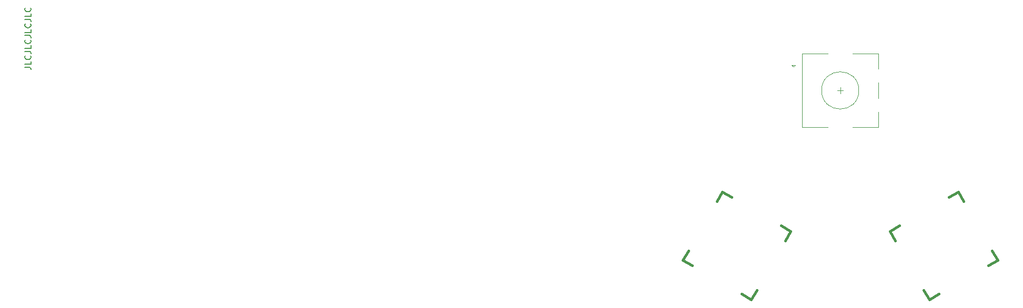
<source format=gto>
G04 #@! TF.GenerationSoftware,KiCad,Pcbnew,(5.1.4-0)*
G04 #@! TF.CreationDate,2021-10-20T15:49:36-05:00*
G04 #@! TF.ProjectId,pcb,7063622e-6b69-4636-9164-5f7063625858,rev?*
G04 #@! TF.SameCoordinates,Original*
G04 #@! TF.FileFunction,Legend,Top*
G04 #@! TF.FilePolarity,Positive*
%FSLAX46Y46*%
G04 Gerber Fmt 4.6, Leading zero omitted, Abs format (unit mm)*
G04 Created by KiCad (PCBNEW (5.1.4-0)) date 2021-10-20 15:49:36*
%MOMM*%
%LPD*%
G04 APERTURE LIST*
%ADD10C,0.150000*%
%ADD11C,0.381000*%
%ADD12C,0.120000*%
%ADD13C,4.089800*%
%ADD14C,1.803800*%
%ADD15C,2.642000*%
%ADD16C,2.388000*%
%ADD17C,1.902000*%
%ADD18O,1.402000X2.502000*%
%ADD19O,1.402000X2.002000*%
%ADD20C,0.752000*%
%ADD21C,2.102000*%
%ADD22R,3.302000X2.102000*%
%ADD23R,2.102000X2.102000*%
%ADD24C,0.100000*%
%ADD25C,1.803400*%
G04 APERTURE END LIST*
D10*
X118772380Y-85559047D02*
X119486666Y-85559047D01*
X119629523Y-85606666D01*
X119724761Y-85701904D01*
X119772380Y-85844761D01*
X119772380Y-85940000D01*
X119772380Y-84606666D02*
X119772380Y-85082857D01*
X118772380Y-85082857D01*
X119677142Y-83701904D02*
X119724761Y-83749523D01*
X119772380Y-83892380D01*
X119772380Y-83987619D01*
X119724761Y-84130476D01*
X119629523Y-84225714D01*
X119534285Y-84273333D01*
X119343809Y-84320952D01*
X119200952Y-84320952D01*
X119010476Y-84273333D01*
X118915238Y-84225714D01*
X118820000Y-84130476D01*
X118772380Y-83987619D01*
X118772380Y-83892380D01*
X118820000Y-83749523D01*
X118867619Y-83701904D01*
X118772380Y-82987619D02*
X119486666Y-82987619D01*
X119629523Y-83035238D01*
X119724761Y-83130476D01*
X119772380Y-83273333D01*
X119772380Y-83368571D01*
X119772380Y-82035238D02*
X119772380Y-82511428D01*
X118772380Y-82511428D01*
X119677142Y-81130476D02*
X119724761Y-81178095D01*
X119772380Y-81320952D01*
X119772380Y-81416190D01*
X119724761Y-81559047D01*
X119629523Y-81654285D01*
X119534285Y-81701904D01*
X119343809Y-81749523D01*
X119200952Y-81749523D01*
X119010476Y-81701904D01*
X118915238Y-81654285D01*
X118820000Y-81559047D01*
X118772380Y-81416190D01*
X118772380Y-81320952D01*
X118820000Y-81178095D01*
X118867619Y-81130476D01*
X118772380Y-80416190D02*
X119486666Y-80416190D01*
X119629523Y-80463809D01*
X119724761Y-80559047D01*
X119772380Y-80701904D01*
X119772380Y-80797142D01*
X119772380Y-79463809D02*
X119772380Y-79940000D01*
X118772380Y-79940000D01*
X119677142Y-78559047D02*
X119724761Y-78606666D01*
X119772380Y-78749523D01*
X119772380Y-78844761D01*
X119724761Y-78987619D01*
X119629523Y-79082857D01*
X119534285Y-79130476D01*
X119343809Y-79178095D01*
X119200952Y-79178095D01*
X119010476Y-79130476D01*
X118915238Y-79082857D01*
X118820000Y-78987619D01*
X118772380Y-78844761D01*
X118772380Y-78749523D01*
X118820000Y-78606666D01*
X118867619Y-78559047D01*
X118772380Y-77844761D02*
X119486666Y-77844761D01*
X119629523Y-77892380D01*
X119724761Y-77987619D01*
X119772380Y-78130476D01*
X119772380Y-78225714D01*
X119772380Y-76892380D02*
X119772380Y-77368571D01*
X118772380Y-77368571D01*
X119677142Y-75987619D02*
X119724761Y-76035238D01*
X119772380Y-76178095D01*
X119772380Y-76273333D01*
X119724761Y-76416190D01*
X119629523Y-76511428D01*
X119534285Y-76559047D01*
X119343809Y-76606666D01*
X119200952Y-76606666D01*
X119010476Y-76559047D01*
X118915238Y-76511428D01*
X118820000Y-76416190D01*
X118772380Y-76273333D01*
X118772380Y-76178095D01*
X118820000Y-76035238D01*
X118867619Y-75987619D01*
D11*
X224689219Y-116624741D02*
X225578219Y-115084948D01*
X230150219Y-107166012D02*
X231039219Y-105626219D01*
X231039219Y-105626219D02*
X232579012Y-106515219D01*
X240497948Y-111087219D02*
X242037741Y-111976219D01*
X242037741Y-111976219D02*
X241148741Y-113516012D01*
X236576741Y-121434948D02*
X235687741Y-122974741D01*
X235687741Y-122974741D02*
X234147948Y-122085741D01*
X226229012Y-117513741D02*
X224689219Y-116624741D01*
X267485588Y-106515219D02*
X269025381Y-105626219D01*
X258026859Y-111976219D02*
X259566652Y-111087219D01*
X258915859Y-113516012D02*
X258026859Y-111976219D01*
X264376859Y-122974741D02*
X263487859Y-121434948D01*
X265916652Y-122085741D02*
X264376859Y-122974741D01*
X275375381Y-116624741D02*
X273835588Y-117513741D01*
X274486381Y-115084948D02*
X275375381Y-116624741D01*
X269025381Y-105626219D02*
X269914381Y-107166012D01*
D12*
X249532300Y-89297250D02*
X250532300Y-89297250D01*
X250032300Y-88797250D02*
X250032300Y-89797250D01*
X256132300Y-92797250D02*
X256132300Y-95197250D01*
X256132300Y-87997250D02*
X256132300Y-90597250D01*
X256132300Y-83397250D02*
X256132300Y-85797250D01*
X242832300Y-85197250D02*
X242532300Y-85497250D01*
X242232300Y-85197250D02*
X242832300Y-85197250D01*
X242532300Y-85497250D02*
X242232300Y-85197250D01*
X243932300Y-83397250D02*
X243932300Y-95197250D01*
X248032300Y-83397250D02*
X243932300Y-83397250D01*
X248032300Y-95197250D02*
X243932300Y-95197250D01*
X256132300Y-95197250D02*
X252032300Y-95197250D01*
X252032300Y-83397250D02*
X256132300Y-83397250D01*
X253032300Y-89297250D02*
G75*
G03X253032300Y-89297250I-3000000J0D01*
G01*
%LPC*%
D13*
X297657500Y-29765750D03*
D14*
X292577500Y-29765750D03*
X302737500Y-29765750D03*
D15*
X300197500Y-24685750D03*
X293847500Y-27225750D03*
D16*
X230234071Y-109560775D03*
X229258775Y-116330037D03*
D13*
X233363480Y-114300480D03*
D17*
X230823480Y-118699889D03*
X235903480Y-109901071D03*
X269241120Y-118699889D03*
X264161120Y-109901071D03*
D13*
X266701120Y-114300480D03*
D16*
X266995825Y-109730923D03*
X272370529Y-113960185D03*
D13*
X145256250Y-52387500D03*
D14*
X140176250Y-52387500D03*
X150336250Y-52387500D03*
D15*
X147796250Y-47307500D03*
X141446250Y-49847500D03*
D13*
X221456250Y-70247170D03*
D14*
X216376250Y-70247170D03*
X226536250Y-70247170D03*
D15*
X223996250Y-65167170D03*
X217646250Y-67707170D03*
D13*
X373857820Y-33337640D03*
D14*
X368777820Y-33337640D03*
X378937820Y-33337640D03*
D15*
X376397820Y-28257640D03*
X370047820Y-30797640D03*
D13*
X354807740Y-33337640D03*
D14*
X349727740Y-33337640D03*
X359887740Y-33337640D03*
D15*
X357347740Y-28257640D03*
X350997740Y-30797640D03*
D13*
X335757660Y-29765750D03*
D14*
X330677660Y-29765750D03*
X340837660Y-29765750D03*
D15*
X338297660Y-24685750D03*
X331947660Y-27225750D03*
D13*
X316707580Y-27384490D03*
D14*
X311627580Y-27384490D03*
X321787580Y-27384490D03*
D15*
X319247580Y-22304490D03*
X312897580Y-24844490D03*
D13*
X278607420Y-32147010D03*
D14*
X273527420Y-32147010D03*
X283687420Y-32147010D03*
D15*
X281147420Y-27067010D03*
X274797420Y-29607010D03*
D13*
X221457180Y-32147010D03*
D14*
X216377180Y-32147010D03*
X226537180Y-32147010D03*
D15*
X223997180Y-27067010D03*
X217647180Y-29607010D03*
D13*
X202407100Y-29765750D03*
D14*
X197327100Y-29765750D03*
X207487100Y-29765750D03*
D15*
X204947100Y-24685750D03*
X198597100Y-27225750D03*
D13*
X183357020Y-27384490D03*
D14*
X178277020Y-27384490D03*
X188437020Y-27384490D03*
D15*
X185897020Y-22304490D03*
X179547020Y-24844490D03*
D13*
X164306940Y-29765750D03*
D14*
X159226940Y-29765750D03*
X169386940Y-29765750D03*
D15*
X166846940Y-24685750D03*
X160496940Y-27225750D03*
D13*
X145256860Y-33337640D03*
D14*
X140176860Y-33337640D03*
X150336860Y-33337640D03*
D15*
X147796860Y-28257640D03*
X141446860Y-30797640D03*
D13*
X126206780Y-33337640D03*
D14*
X121126780Y-33337640D03*
X131286780Y-33337640D03*
D15*
X128746780Y-28257640D03*
X122396780Y-30797640D03*
D18*
X245732300Y-23503230D03*
X254332300Y-23503230D03*
D19*
X254332300Y-19303230D03*
D20*
X252922300Y-22952230D03*
X247142300Y-22952230D03*
D19*
X245732300Y-19303230D03*
D13*
X202406250Y-48803130D03*
D14*
X197326250Y-48803130D03*
X207486250Y-48803130D03*
D15*
X204946250Y-43723130D03*
X198596250Y-46263130D03*
D13*
X373881690Y-71424800D03*
D14*
X368801690Y-71424800D03*
X378961690Y-71424800D03*
D15*
X376421690Y-66344800D03*
X370071690Y-68884800D03*
D13*
X297656290Y-67853210D03*
D14*
X292576290Y-67853210D03*
X302736290Y-67853210D03*
D15*
X300196290Y-62773210D03*
X293846290Y-65313210D03*
D13*
X316706290Y-103584370D03*
D14*
X311626290Y-103584370D03*
X321786290Y-103584370D03*
D15*
X319246290Y-98504370D03*
X312896290Y-101044370D03*
D13*
X335756290Y-48803130D03*
D14*
X330676290Y-48803130D03*
X340836290Y-48803130D03*
D15*
X338296290Y-43723130D03*
X331946290Y-46263130D03*
D13*
X183356250Y-84534370D03*
D14*
X178276250Y-84534370D03*
X188436250Y-84534370D03*
D15*
X185896250Y-79454370D03*
X179546250Y-81994370D03*
D13*
X202406250Y-67853210D03*
D14*
X197326250Y-67853210D03*
X207486250Y-67853210D03*
D15*
X204946250Y-62773210D03*
X198596250Y-65313210D03*
D13*
X183381650Y-103572110D03*
D14*
X178301650Y-103572110D03*
X188461650Y-103572110D03*
D15*
X185921650Y-98492110D03*
X179571650Y-101032110D03*
D13*
X164306250Y-67865910D03*
D14*
X159226250Y-67865910D03*
X169386250Y-67865910D03*
D15*
X166846250Y-62785910D03*
X160496250Y-65325910D03*
D13*
X164306250Y-48803130D03*
D14*
X159226250Y-48803130D03*
X169386250Y-48803130D03*
D15*
X166846250Y-43723130D03*
X160496250Y-46263130D03*
D13*
X297656290Y-86903290D03*
D14*
X292576290Y-86903290D03*
X302736290Y-86903290D03*
D15*
X300196290Y-81823290D03*
X293846290Y-84363290D03*
D13*
X278606290Y-89297250D03*
D14*
X273526290Y-89297250D03*
X283686290Y-89297250D03*
D15*
X281146290Y-84217250D03*
X274796290Y-86757250D03*
D13*
X335756290Y-105966070D03*
D14*
X330676290Y-105966070D03*
X340836290Y-105966070D03*
D15*
X338296290Y-100886070D03*
X331946290Y-103426070D03*
D21*
X257032300Y-91797250D03*
X257032300Y-86797250D03*
D22*
X250032300Y-94897250D03*
X250032300Y-83697250D03*
D21*
X242532300Y-91797250D03*
X242532300Y-89297250D03*
D23*
X242532300Y-86797250D03*
D24*
G36*
X136023661Y-67363231D02*
G01*
X136067426Y-67369723D01*
X136110345Y-67380473D01*
X136152003Y-67395379D01*
X136191999Y-67414296D01*
X136229949Y-67437042D01*
X136265486Y-67463398D01*
X136298269Y-67493111D01*
X136327982Y-67525894D01*
X136354338Y-67561431D01*
X136377084Y-67599381D01*
X136396001Y-67639377D01*
X136410907Y-67681035D01*
X136421657Y-67723954D01*
X136428149Y-67767719D01*
X136430320Y-67811910D01*
X136430320Y-68713610D01*
X136428149Y-68757801D01*
X136421657Y-68801566D01*
X136410907Y-68844485D01*
X136396001Y-68886143D01*
X136377084Y-68926139D01*
X136354338Y-68964089D01*
X136327982Y-68999626D01*
X136298269Y-69032409D01*
X136265486Y-69062122D01*
X136229949Y-69088478D01*
X136191999Y-69111224D01*
X136152003Y-69130141D01*
X136110345Y-69145047D01*
X136067426Y-69155797D01*
X136023661Y-69162289D01*
X135979470Y-69164460D01*
X135077770Y-69164460D01*
X135033579Y-69162289D01*
X134989814Y-69155797D01*
X134946895Y-69145047D01*
X134905237Y-69130141D01*
X134865241Y-69111224D01*
X134827291Y-69088478D01*
X134791754Y-69062122D01*
X134758971Y-69032409D01*
X134729258Y-68999626D01*
X134702902Y-68964089D01*
X134680156Y-68926139D01*
X134661239Y-68886143D01*
X134646333Y-68844485D01*
X134635583Y-68801566D01*
X134629091Y-68757801D01*
X134626920Y-68713610D01*
X134626920Y-67811910D01*
X134629091Y-67767719D01*
X134635583Y-67723954D01*
X134646333Y-67681035D01*
X134661239Y-67639377D01*
X134680156Y-67599381D01*
X134702902Y-67561431D01*
X134729258Y-67525894D01*
X134758971Y-67493111D01*
X134791754Y-67463398D01*
X134827291Y-67437042D01*
X134865241Y-67414296D01*
X134905237Y-67395379D01*
X134946895Y-67380473D01*
X134989814Y-67369723D01*
X135033579Y-67363231D01*
X135077770Y-67361060D01*
X135979470Y-67361060D01*
X136023661Y-67363231D01*
X136023661Y-67363231D01*
G37*
D25*
X135528620Y-68262760D03*
X135935020Y-65722760D03*
X135528620Y-63182760D03*
X135935020Y-60642760D03*
X135528620Y-58102760D03*
X135935020Y-55562760D03*
D13*
X126206250Y-52387500D03*
D14*
X121126250Y-52387500D03*
X131286250Y-52387500D03*
D15*
X128746250Y-47307500D03*
X122396250Y-49847500D03*
X179546250Y-43894370D03*
X185896250Y-41354370D03*
D14*
X188436250Y-46434370D03*
X178276250Y-46434370D03*
D13*
X183356250Y-46434370D03*
X221456250Y-51197090D03*
D14*
X216376250Y-51197090D03*
X226536250Y-51197090D03*
D15*
X223996250Y-46117090D03*
X217646250Y-48657090D03*
D13*
X278606290Y-51197090D03*
D14*
X273526290Y-51197090D03*
X283686290Y-51197090D03*
D15*
X281146290Y-46117090D03*
X274796290Y-48657090D03*
D13*
X297656290Y-48815830D03*
D14*
X292576290Y-48815830D03*
X302736290Y-48815830D03*
D15*
X300196290Y-43735830D03*
X293846290Y-46275830D03*
D13*
X316706290Y-46434370D03*
D14*
X311626290Y-46434370D03*
X321786290Y-46434370D03*
D15*
X319246290Y-41354370D03*
X312896290Y-43894370D03*
D13*
X354806290Y-52387500D03*
D14*
X349726290Y-52387500D03*
X359886290Y-52387500D03*
D15*
X357346290Y-47307500D03*
X350996290Y-49847500D03*
D13*
X373856290Y-52387500D03*
D14*
X368776290Y-52387500D03*
X378936290Y-52387500D03*
D15*
X376396290Y-47307500D03*
X370046290Y-49847500D03*
X122396250Y-68897500D03*
X128746250Y-66357500D03*
D14*
X131286250Y-71437500D03*
X121126250Y-71437500D03*
D13*
X126206250Y-71437500D03*
X145256250Y-71437500D03*
D14*
X140176250Y-71437500D03*
X150336250Y-71437500D03*
D15*
X147796250Y-66357500D03*
X141446250Y-68897500D03*
D13*
X183356250Y-65484370D03*
D14*
X178276250Y-65484370D03*
X188436250Y-65484370D03*
D15*
X185896250Y-60404370D03*
X179546250Y-62944370D03*
D13*
X278606290Y-70247170D03*
D14*
X273526290Y-70247170D03*
X283686290Y-70247170D03*
D15*
X281146290Y-65167170D03*
X274796290Y-67707170D03*
D13*
X316706290Y-65484370D03*
D14*
X311626290Y-65484370D03*
X321786290Y-65484370D03*
D15*
X319246290Y-60404370D03*
X312896290Y-62944370D03*
D13*
X335756290Y-67853210D03*
D14*
X330676290Y-67853210D03*
X340836290Y-67853210D03*
D15*
X338296290Y-62773210D03*
X331946290Y-65313210D03*
D13*
X354806290Y-71437500D03*
D14*
X349726290Y-71437500D03*
X359886290Y-71437500D03*
D15*
X357346290Y-66357500D03*
X350996290Y-68897500D03*
D13*
X126206250Y-90474800D03*
D14*
X121126250Y-90474800D03*
X131286250Y-90474800D03*
D15*
X128746250Y-85394800D03*
X122396250Y-87934800D03*
D13*
X145250000Y-90487300D03*
D14*
X140170000Y-90487300D03*
X150330000Y-90487300D03*
D15*
X147790000Y-85407300D03*
X141440000Y-87947300D03*
D13*
X164306250Y-86903290D03*
D14*
X159226250Y-86903290D03*
X169386250Y-86903290D03*
D15*
X166846250Y-81823290D03*
X160496250Y-84363290D03*
X198596250Y-84375990D03*
X204946250Y-81835990D03*
D14*
X207486250Y-86915990D03*
X197326250Y-86915990D03*
D13*
X202406250Y-86915990D03*
X221456250Y-89297250D03*
D14*
X216376250Y-89297250D03*
X226536250Y-89297250D03*
D15*
X223996250Y-84217250D03*
X217646250Y-86757250D03*
D13*
X316706290Y-84534370D03*
D14*
X311626290Y-84534370D03*
X321786290Y-84534370D03*
D15*
X319246290Y-79454370D03*
X312896290Y-81994370D03*
D13*
X335756290Y-86903290D03*
D14*
X330676290Y-86903290D03*
X340836290Y-86903290D03*
D15*
X338296290Y-81823290D03*
X331946290Y-84363290D03*
D13*
X354806290Y-90487500D03*
D14*
X349726290Y-90487500D03*
X359886290Y-90487500D03*
D15*
X357346290Y-85407500D03*
X350996290Y-87947500D03*
D13*
X164306940Y-105966070D03*
D14*
X159226940Y-105966070D03*
X169386940Y-105966070D03*
D15*
X166846940Y-100886070D03*
X160496940Y-103426070D03*
X206528102Y-106098408D03*
X213319132Y-105288457D03*
D14*
X214457783Y-110852760D03*
X204643976Y-108223159D03*
D13*
X209550880Y-109537960D03*
X290534968Y-109519119D03*
D14*
X285628064Y-110833919D03*
X295441871Y-108204318D03*
D15*
X291673618Y-103954815D03*
X286197390Y-108051768D03*
D13*
X373856290Y-90487500D03*
D14*
X368776290Y-90487500D03*
X378936290Y-90487500D03*
D15*
X376396290Y-85407500D03*
X370046290Y-87947500D03*
M02*

</source>
